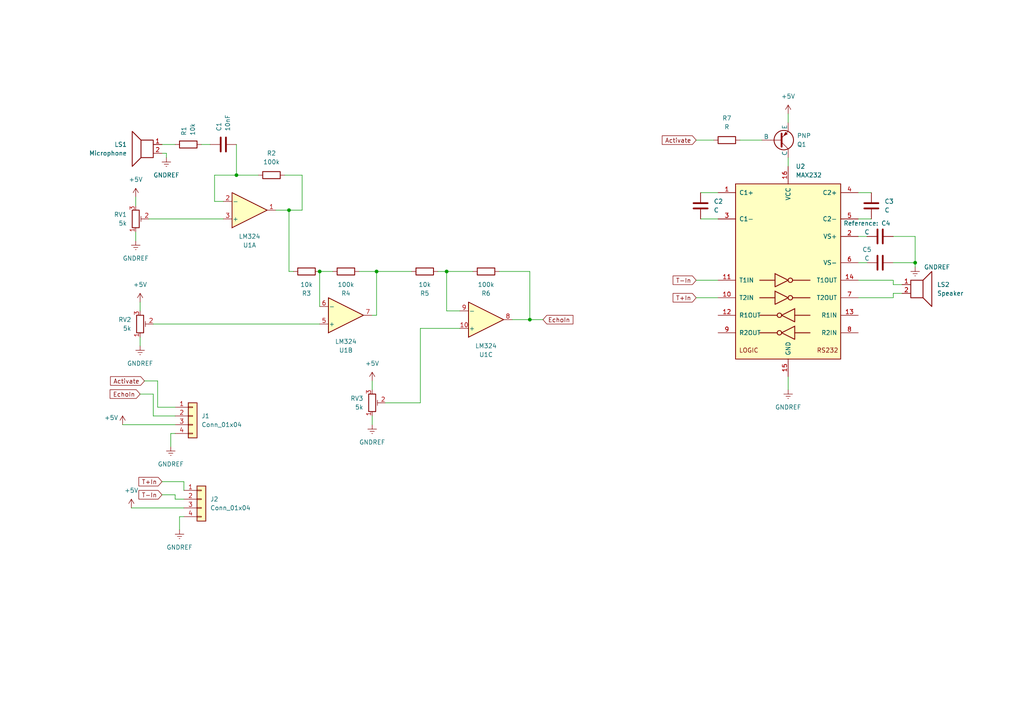
<source format=kicad_sch>
(kicad_sch (version 20231120) (generator "eeschema") (generator_version "8.0")
  (paper "A4")
  (lib_symbols
    (symbol "Amplifier_Operational:LM324" (pin_names (offset 0.127))
      (property "Reference" "U" (at 0 5.08 0))
      (property "Value" "LM324" (at 0 -5.08 0))
      (symbol "LM324_1_1"
        (polyline (pts (xy -5.08 5.08) (xy 5.08 0) (xy -5.08 -5.08) (xy -5.08 5.08)) (stroke (width 0.254)) (fill (type background)))
        (pin output line (at 7.62 0 180) (length 2.54) (name "~") (number "1"))
        (pin input line (at -7.62 -2.54 0) (length 2.54) (name "-") (number "2"))
        (pin input line (at -7.62 2.54 0) (length 2.54) (name "+") (number "3"))
      )
      (symbol "LM324_2_1"
        (polyline (pts (xy -5.08 5.08) (xy 5.08 0) (xy -5.08 -5.08) (xy -5.08 5.08)) (stroke (width 0.254)) (fill (type background)))
        (pin input line (at -7.62 2.54 0) (length 2.54) (name "+") (number "5"))
        (pin input line (at -7.62 -2.54 0) (length 2.54) (name "-") (number "6"))
        (pin output line (at 7.62 0 180) (length 2.54) (name "~") (number "7"))
      )
      (symbol "LM324_3_1"
        (polyline (pts (xy -5.08 5.08) (xy 5.08 0) (xy -5.08 -5.08) (xy -5.08 5.08)) (stroke (width 0.254)) (fill (type background)))
        (pin input line (at -7.62 2.54 0) (length 2.54) (name "+") (number "10"))
        (pin output line (at 7.62 0 180) (length 2.54) (name "~") (number "8"))
        (pin input line (at -7.62 -2.54 0) (length 2.54) (name "-") (number "9"))
      )
      (symbol "LM324_4_1"
        (polyline (pts (xy -5.08 5.08) (xy 5.08 0) (xy -5.08 -5.08) (xy -5.08 5.08)) (stroke (width 0.254)) (fill (type background)))
        (pin input line (at -7.62 2.54 0) (length 2.54) (name "+") (number "12"))
        (pin input line (at -7.62 -2.54 0) (length 2.54) (name "-") (number "13"))
        (pin output line (at 7.62 0 180) (length 2.54) (name "~") (number "14"))
      )
      (symbol "LM324_5_1"
        (pin power_in line (at -2.54 -7.62 90) (length 3.81) (name "V-") (number "11"))
        (pin power_in line (at -2.54 7.62 270) (length 3.81) (name "V+") (number "4"))
      )
    )
    (symbol "Connector_Generic:Conn_01x04" (pin_names (offset 1.016) hide)
      (property "Reference" "J" (at 0 5.08 0))
      (property "Value" "Conn_01x04" (at 0 -7.62 0))
      (symbol "Conn_01x04_1_1"
        (rectangle (start -1.27 -4.953) (end 0 -5.207) (stroke (width 0.1524)))
        (rectangle (start -1.27 -2.413) (end 0 -2.667) (stroke (width 0.1524)))
        (rectangle (start -1.27 0.127) (end 0 -0.127) (stroke (width 0.1524)))
        (rectangle (start -1.27 2.667) (end 0 2.413) (stroke (width 0.1524)))
        (rectangle (start -1.27 3.81) (end 1.27 -6.35) (stroke (width 0.254)) (fill (type background)))
        (pin passive line (at -5.08 2.54 0) (length 3.81) (name "Pin_1") (number "1"))
        (pin passive line (at -5.08 0 0) (length 3.81) (name "Pin_2") (number "2"))
        (pin passive line (at -5.08 -2.54 0) (length 3.81) (name "Pin_3") (number "3"))
        (pin passive line (at -5.08 -5.08 0) (length 3.81) (name "Pin_4") (number "4"))
      )
    )
    (symbol "Device:C" (pin_numbers hide) (pin_names (offset 0.254))
      (property "Reference" "C" (at 0.635 2.54 0))
      (property "Value" "C" (at 0.635 -2.54 0))
      (symbol "C_0_1"
        (polyline (pts (xy -2.032 -0.762) (xy 2.032 -0.762)) (stroke (width 0.508)))
        (polyline (pts (xy -2.032 0.762) (xy 2.032 0.762)) (stroke (width 0.508)))
      )
      (symbol "C_1_1"
        (pin passive line (at 0 3.81 270) (length 2.794) (name "~") (number "1"))
        (pin passive line (at 0 -3.81 90) (length 2.794) (name "~") (number "2"))
      )
    )
    (symbol "Device:R" (pin_numbers hide) (pin_names (offset 0))
      (property "Reference" "R" (at 2.032 0 90))
      (property "Value" "R" (at 0 0 90))
      (symbol "R_0_1"
        (rectangle (start -1.016 -2.54) (end 1.016 2.54) (stroke (width 0.254)))
      )
      (symbol "R_1_1"
        (pin passive line (at 0 3.81 270) (length 1.27) (name "~") (number "1"))
        (pin passive line (at 0 -3.81 90) (length 1.27) (name "~") (number "2"))
      )
    )
    (symbol "Device:R_Potentiometer_Trim" (pin_names (offset 1.016) hide)
      (property "Reference" "RV" (at -4.445 0 90))
      (property "Value" "R_Potentiometer_Trim" (at -2.54 0 90))
      (symbol "R_Potentiometer_Trim_0_1"
        (polyline (pts (xy 1.524 0.762) (xy 1.524 -0.762)))
        (polyline (pts (xy 2.54 0) (xy 1.524 0)))
        (rectangle (start 1.016 2.54) (end -1.016 -2.54) (stroke (width 0.254)))
      )
      (symbol "R_Potentiometer_Trim_1_1"
        (pin passive line (at 0 3.81 270) (length 1.27) (name "1") (number "1"))
        (pin passive line (at 3.81 0 180) (length 1.27) (name "2") (number "2"))
        (pin passive line (at 0 -3.81 90) (length 1.27) (name "3") (number "3"))
      )
    )
    (symbol "Device:Speaker" (pin_names (offset 0) hide)
      (property "Reference" "LS" (at 1.27 5.715 0))
      (property "Value" "Speaker" (at 1.27 3.81 0))
      (symbol "Speaker_0_0"
        (rectangle (start -2.54 1.27) (end 1.016 -3.81) (stroke (width 0.254)))
        (polyline (pts (xy 1.016 1.27) (xy 3.556 3.81) (xy 3.556 -6.35) (xy 1.016 -3.81)) (stroke (width 0.254)))
      )
      (symbol "Speaker_1_1"
        (pin input line (at -5.08 0 0) (length 2.54) (name "1") (number "1"))
        (pin input line (at -5.08 -2.54 0) (length 2.54) (name "2") (number "2"))
      )
    )
    (symbol "Interface_UART:MAX232" (pin_names (offset 1.016))
      (property "Reference" "U" (at -2.54 28.575 0))
      (property "Value" "MAX232" (at -2.54 26.67 0))
      (symbol "MAX232_0_0"
        (text "LOGIC" (at -11.43 -22.86 0) (effects (font (size 1.27 1.27))))
        (text "RS232" (at 11.43 -22.86 0) (effects (font (size 1.27 1.27))))
      )
      (symbol "MAX232_0_1"
        (rectangle (start -15.24 -25.4) (end 15.24 25.4) (stroke (width 0.254)) (fill (type background)))
        (circle (center -2.54 -17.78) (radius 0.635) (stroke (width 0.254)))
        (circle (center -2.54 -12.7) (radius 0.635) (stroke (width 0.254)))
        (polyline (pts (xy -3.81 -7.62) (xy -8.255 -7.62)) (stroke (width 0.254)))
        (polyline (pts (xy -3.81 -2.54) (xy -8.255 -2.54)) (stroke (width 0.254)))
        (polyline (pts (xy -3.175 -17.78) (xy -8.255 -17.78)) (stroke (width 0.254)))
        (polyline (pts (xy -3.175 -12.7) (xy -8.255 -12.7)) (stroke (width 0.254)))
        (polyline (pts (xy 1.27 -7.62) (xy 6.35 -7.62)) (stroke (width 0.254)))
        (polyline (pts (xy 1.27 -2.54) (xy 6.35 -2.54)) (stroke (width 0.254)))
        (polyline (pts (xy 1.905 -17.78) (xy 6.35 -17.78)) (stroke (width 0.254)))
        (polyline (pts (xy 1.905 -12.7) (xy 6.35 -12.7)) (stroke (width 0.254)))
        (polyline (pts (xy -3.81 -5.715) (xy -3.81 -9.525) (xy 0 -7.62) (xy -3.81 -5.715)) (stroke (width 0.254)))
        (polyline (pts (xy -3.81 -0.635) (xy -3.81 -4.445) (xy 0 -2.54) (xy -3.81 -0.635)) (stroke (width 0.254)))
        (polyline (pts (xy 1.905 -15.875) (xy 1.905 -19.685) (xy -1.905 -17.78) (xy 1.905 -15.875)) (stroke (width 0.254)))
        (polyline (pts (xy 1.905 -10.795) (xy 1.905 -14.605) (xy -1.905 -12.7) (xy 1.905 -10.795)) (stroke (width 0.254)))
        (circle (center 0.635 -7.62) (radius 0.635) (stroke (width 0.254)))
        (circle (center 0.635 -2.54) (radius 0.635) (stroke (width 0.254)))
      )
      (symbol "MAX232_1_1"
        (pin passive line (at -20.32 22.86 0) (length 5.08) (name "C1+") (number "1"))
        (pin input line (at -20.32 -7.62 0) (length 5.08) (name "T2IN") (number "10"))
        (pin input line (at -20.32 -2.54 0) (length 5.08) (name "T1IN") (number "11"))
        (pin output line (at -20.32 -12.7 0) (length 5.08) (name "R1OUT") (number "12"))
        (pin input line (at 20.32 -12.7 180) (length 5.08) (name "R1IN") (number "13"))
        (pin output line (at 20.32 -2.54 180) (length 5.08) (name "T1OUT") (number "14"))
        (pin power_in line (at 0 -30.48 90) (length 5.08) (name "GND") (number "15"))
        (pin power_in line (at 0 30.48 270) (length 5.08) (name "VCC") (number "16"))
        (pin power_out line (at 20.32 10.16 180) (length 5.08) (name "VS+") (number "2"))
        (pin passive line (at -20.32 15.24 0) (length 5.08) (name "C1-") (number "3"))
        (pin passive line (at 20.32 22.86 180) (length 5.08) (name "C2+") (number "4"))
        (pin passive line (at 20.32 15.24 180) (length 5.08) (name "C2-") (number "5"))
        (pin power_out line (at 20.32 2.54 180) (length 5.08) (name "VS-") (number "6"))
        (pin output line (at 20.32 -7.62 180) (length 5.08) (name "T2OUT") (number "7"))
        (pin input line (at 20.32 -17.78 180) (length 5.08) (name "R2IN") (number "8"))
        (pin output line (at -20.32 -17.78 0) (length 5.08) (name "R2OUT") (number "9"))
      )
    )
    (symbol "Simulation_SPICE:PNP" (pin_numbers hide) (pin_names (offset 0))
      (property "Reference" "Q" (at -2.54 7.62 0))
      (property "Value" "PNP" (at -2.54 5.08 0))
      (symbol "PNP_0_1"
        (polyline (pts (xy -2.54 0) (xy 0.635 0)) (stroke (width 0.1524)))
        (polyline (pts (xy 0.635 0.635) (xy 2.54 2.54)))
        (polyline (pts (xy 0.635 -0.635) (xy 2.54 -2.54) (xy 2.54 -2.54)))
        (polyline (pts (xy 0.635 1.905) (xy 0.635 -1.905) (xy 0.635 -1.905)) (stroke (width 0.508)))
        (polyline (pts (xy 2.286 -1.778) (xy 1.778 -2.286) (xy 1.27 -1.27) (xy 2.286 -1.778) (xy 2.286 -1.778)) (fill (type outline)))
        (circle (center 1.27 0) (radius 2.8194) (stroke (width 0.254)))
      )
      (symbol "PNP_1_1"
        (pin open_collector line (at 2.54 5.08 270) (length 2.54) (name "C") (number "1"))
        (pin input line (at -5.08 0 0) (length 2.54) (name "B") (number "2"))
        (pin open_emitter line (at 2.54 -5.08 90) (length 2.54) (name "E") (number "3"))
      )
    )
    (symbol "power:+5V" (power) (pin_names (offset 0))
      (property "Value" "+5V" (at 0 3.556 0))
      (symbol "+5V_0_1"
        (polyline (pts (xy -0.762 1.27) (xy 0 2.54)))
        (polyline (pts (xy 0 0) (xy 0 2.54)))
        (polyline (pts (xy 0 2.54) (xy 0.762 1.27)))
      )
      (symbol "+5V_1_1"
        (pin power_in line (at 0 0 90) (length 0) hide (name "+5V") (number "1"))
      )
    )
    (symbol "power:GNDREF" (power) (pin_names (offset 0))
      (property "Value" "GNDREF" (at 0 -3.81 0))
      (symbol "GNDREF_0_1"
        (polyline (pts (xy -0.635 -1.905) (xy 0.635 -1.905)))
        (polyline (pts (xy -0.127 -2.54) (xy 0.127 -2.54)))
        (polyline (pts (xy 0 -1.27) (xy 0 0)))
        (polyline (pts (xy 1.27 -1.27) (xy -1.27 -1.27)))
      )
      (symbol "GNDREF_1_1"
        (pin power_in line (at 0 0 270) (length 0) hide (name "GNDREF") (number "1"))
      )
    )
  )
  (junction (at 153.67 92.71))
  (junction (at 129.54 78.74))
  (junction (at 109.22 78.74))
  (junction (at 92.71 78.74))
  (junction (at 83.82 60.96))
  (junction (at 265.43 76.2))
  (junction (at 68.58 50.8))
  (wire (pts (xy 248.92 76.2) (xy 251.46 76.2)))
  (wire (pts (xy 44.45 120.65) (xy 50.8 120.65)))
  (wire (pts (xy 92.71 88.9) (xy 92.71 78.74)))
  (wire (pts (xy 107.95 120.65) (xy 107.95 123.19)))
  (wire (pts (xy 83.82 60.96) (xy 87.63 60.96)))
  (wire (pts (xy 35.56 123.19) (xy 50.8 123.19)))
  (wire (pts (xy 40.64 114.3) (xy 44.45 114.3)))
  (wire (pts (xy 96.52 78.74) (xy 92.71 78.74)))
  (wire (pts (xy 44.45 93.98) (xy 92.71 93.98)))
  (wire (pts (xy 228.6 45.72) (xy 228.6 48.26)))
  (wire (pts (xy 148.59 92.71) (xy 153.67 92.71)))
  (wire (pts (xy 52.07 149.86) (xy 52.07 153.67)))
  (wire (pts (xy 39.37 57.15) (xy 39.37 59.69)))
  (wire (pts (xy 41.91 110.49) (xy 45.72 110.49)))
  (wire (pts (xy 53.34 139.7) (xy 53.34 142.24)))
  (wire (pts (xy 153.67 78.74) (xy 153.67 92.71)))
  (wire (pts (xy 203.2 63.5) (xy 208.28 63.5)))
  (wire (pts (xy 49.53 125.73) (xy 49.53 129.54)))
  (wire (pts (xy 109.22 91.44) (xy 107.95 91.44)))
  (wire (pts (xy 46.99 44.45) (xy 48.26 44.45)))
  (wire (pts (xy 265.43 68.58) (xy 265.43 76.2)))
  (wire (pts (xy 58.42 41.91) (xy 60.96 41.91)))
  (wire (pts (xy 62.23 50.8) (xy 62.23 58.42)))
  (wire (pts (xy 46.99 41.91) (xy 50.8 41.91)))
  (wire (pts (xy 203.2 55.88) (xy 208.28 55.88)))
  (wire (pts (xy 80.01 60.96) (xy 83.82 60.96)))
  (wire (pts (xy 87.63 50.8) (xy 87.63 60.96)))
  (wire (pts (xy 109.22 91.44) (xy 109.22 78.74)))
  (wire (pts (xy 43.18 63.5) (xy 64.77 63.5)))
  (wire (pts (xy 64.77 58.42) (xy 62.23 58.42)))
  (wire (pts (xy 228.6 33.02) (xy 228.6 35.56)))
  (wire (pts (xy 201.93 81.28) (xy 208.28 81.28)))
  (wire (pts (xy 109.22 78.74) (xy 119.38 78.74)))
  (wire (pts (xy 45.72 118.11) (xy 50.8 118.11)))
  (wire (pts (xy 121.92 95.25) (xy 133.35 95.25)))
  (wire (pts (xy 40.64 97.79) (xy 40.64 100.33)))
  (wire (pts (xy 44.45 114.3) (xy 44.45 120.65)))
  (wire (pts (xy 83.82 60.96) (xy 83.82 78.74)))
  (wire (pts (xy 259.08 81.28) (xy 259.08 82.55)))
  (wire (pts (xy 129.54 78.74) (xy 129.54 90.17)))
  (wire (pts (xy 259.08 76.2) (xy 265.43 76.2)))
  (wire (pts (xy 107.95 110.49) (xy 107.95 113.03)))
  (wire (pts (xy 68.58 41.91) (xy 68.58 50.8)))
  (wire (pts (xy 74.93 50.8) (xy 68.58 50.8)))
  (wire (pts (xy 144.78 78.74) (xy 153.67 78.74)))
  (wire (pts (xy 265.43 76.2) (xy 265.43 77.47)))
  (wire (pts (xy 127 78.74) (xy 129.54 78.74)))
  (wire (pts (xy 201.93 86.36) (xy 208.28 86.36)))
  (wire (pts (xy 259.08 68.58) (xy 265.43 68.58)))
  (wire (pts (xy 53.34 149.86) (xy 52.07 149.86)))
  (wire (pts (xy 38.1 147.32) (xy 53.34 147.32)))
  (wire (pts (xy 48.26 44.45) (xy 48.26 45.72)))
  (wire (pts (xy 129.54 78.74) (xy 137.16 78.74)))
  (wire (pts (xy 82.55 50.8) (xy 87.63 50.8)))
  (wire (pts (xy 68.58 50.8) (xy 62.23 50.8)))
  (wire (pts (xy 109.22 78.74) (xy 104.14 78.74)))
  (wire (pts (xy 228.6 109.22) (xy 228.6 113.03)))
  (wire (pts (xy 248.92 68.58) (xy 251.46 68.58)))
  (wire (pts (xy 46.99 139.7) (xy 53.34 139.7)))
  (wire (pts (xy 83.82 78.74) (xy 85.09 78.74)))
  (wire (pts (xy 259.08 85.09) (xy 259.08 86.36)))
  (wire (pts (xy 45.72 110.49) (xy 45.72 118.11)))
  (wire (pts (xy 248.92 55.88) (xy 252.73 55.88)))
  (wire (pts (xy 248.92 81.28) (xy 259.08 81.28)))
  (wire (pts (xy 50.8 144.78) (xy 53.34 144.78)))
  (wire (pts (xy 50.8 143.51) (xy 50.8 144.78)))
  (wire (pts (xy 153.67 92.71) (xy 157.48 92.71)))
  (wire (pts (xy 121.92 95.25) (xy 121.92 116.84)))
  (wire (pts (xy 214.63 40.64) (xy 220.98 40.64)))
  (wire (pts (xy 129.54 90.17) (xy 133.35 90.17)))
  (wire (pts (xy 50.8 125.73) (xy 49.53 125.73)))
  (wire (pts (xy 111.76 116.84) (xy 121.92 116.84)))
  (wire (pts (xy 39.37 67.31) (xy 39.37 69.85)))
  (wire (pts (xy 248.92 63.5) (xy 252.73 63.5)))
  (wire (pts (xy 201.93 40.64) (xy 207.01 40.64)))
  (wire (pts (xy 248.92 86.36) (xy 259.08 86.36)))
  (wire (pts (xy 259.08 85.09) (xy 261.62 85.09)))
  (wire (pts (xy 259.08 82.55) (xy 261.62 82.55)))
  (wire (pts (xy 46.99 143.51) (xy 50.8 143.51)))
  (wire (pts (xy 40.64 87.63) (xy 40.64 90.17)))
  (global_label "Activate" (shape input) (at 41.91 110.49 180) (property "Intersheetrefs" "${INTERSHEET_REFS}" (effects (hide yes))))
  (global_label "T+In" (shape input) (at 201.93 86.36 180) (property "Intersheetrefs" "${INTERSHEET_REFS}" (effects (hide yes))))
  (global_label "EchoIn" (shape input) (at 157.48 92.71 0) (property "Intersheetrefs" "${INTERSHEET_REFS}" (effects (hide yes))))
  (global_label "EchoIn" (shape input) (at 40.64 114.3 180) (property "Intersheetrefs" "${INTERSHEET_REFS}" (effects (hide yes))))
  (global_label "Activate" (shape input) (at 201.93 40.64 180) (property "Intersheetrefs" "${INTERSHEET_REFS}" (effects (hide yes))))
  (global_label "T+In" (shape input) (at 46.99 139.7 180) (property "Intersheetrefs" "${INTERSHEET_REFS}" (effects (hide yes))))
  (global_label "T-In" (shape input) (at 201.93 81.28 180) (property "Intersheetrefs" "${INTERSHEET_REFS}" (effects (hide yes))))
  (global_label "T-In" (shape input) (at 46.99 143.51 180) (property "Intersheetrefs" "${INTERSHEET_REFS}" (effects (hide yes))))
  (symbol (lib_id "Device:C") (at 255.27 68.58 90) (unit 1)
    (property "Reference" "C4" (at 251.46 64.77 90) (show_name yes))
    (property "Value" "C" (at 251.46 67.31 90))
    (property "Footprint" "Capacitor_SMD:C_0603_1608Metric_Pad1.08x0.95mm_HandSolder" (effects (hide yes)))
  )
  (symbol (lib_id "Device:R") (at 78.74 50.8 270) (mirror x) (unit 1)
    (property "Reference" "R2" (at 78.74 44.45 90))
    (property "Value" "100k" (at 78.74 46.99 90))
    (property "Footprint" "Resistor_SMD:R_0603_1608Metric_Pad0.98x0.95mm_HandSolder" (effects (hide yes)))
  )
  (symbol (lib_id "power:+5V") (at 35.56 123.19 0) (unit 1)
    (property "Reference" "#PWR013" (effects (hide yes)))
    (property "Value" "+5V" (at 32.258 121.158 0))
  )
  (symbol (lib_id "Device:C") (at 252.73 59.69 0) (unit 1)
    (property "Reference" "C3" (at 256.54 58.42 0) (effects (justify left)))
    (property "Value" "C" (at 256.54 60.96 0) (effects (justify left)))
    (property "Footprint" "Capacitor_SMD:C_0603_1608Metric_Pad1.08x0.95mm_HandSolder" (effects (hide yes)))
  )
  (symbol (lib_id "power:GNDREF") (at 39.37 69.85 0) (mirror y) (unit 1)
    (property "Reference" "#PWR02" (effects (hide yes)))
    (property "Value" "GNDREF" (at 39.37 74.93 0))
  )
  (symbol (lib_id "power:+5V") (at 38.1 147.32 0) (unit 1)
    (property "Reference" "#PWR012" (effects (hide yes)))
    (property "Value" "+5V" (at 38.1 142.24 0))
  )
  (symbol (lib_id "Device:R") (at 54.61 41.91 270) (unit 1)
    (property "Reference" "R1" (at 53.34 39.37 0) (effects (justify right)))
    (property "Value" "10k" (at 55.88 39.37 0) (effects (justify right)))
    (property "Footprint" "Resistor_SMD:R_0603_1608Metric_Pad0.98x0.95mm_HandSolder" (effects (hide yes)))
  )
  (symbol (lib_id "power:+5V") (at 228.6 33.02 0) (unit 1)
    (property "Reference" "#PWR04" (effects (hide yes)))
    (property "Value" "+5V" (at 228.6 27.94 0))
  )
  (symbol (lib_id "Device:R") (at 100.33 78.74 90) (unit 1)
    (property "Reference" "R4" (at 100.33 85.09 90))
    (property "Value" "100k" (at 100.33 82.55 90))
    (property "Footprint" "Resistor_SMD:R_0603_1608Metric_Pad0.98x0.95mm_HandSolder" (effects (hide yes)))
  )
  (symbol (lib_id "Amplifier_Operational:LM324") (at 140.97 92.71 0) (mirror x) (unit 3)
    (property "Reference" "U1" (at 140.97 102.87 0))
    (property "Value" "LM324" (at 140.97 100.33 0))
    (property "Footprint" "Package_SO:SOIC-14_3.9x8.7mm_P1.27mm" (effects (hide yes)))
    (property "Datasheet" "http://www.ti.com/lit/ds/symlink/lm2902-n.pdf" (effects (hide yes)))
  )
  (symbol (lib_id "Device:R") (at 123.19 78.74 90) (unit 1)
    (property "Reference" "R5" (at 123.19 85.09 90))
    (property "Value" "10k" (at 123.19 82.55 90))
    (property "Footprint" "Resistor_SMD:R_0603_1608Metric_Pad0.98x0.95mm_HandSolder" (effects (hide yes)))
  )
  (symbol (lib_id "Device:R") (at 140.97 78.74 90) (unit 1)
    (property "Reference" "R6" (at 140.97 85.09 90))
    (property "Value" "100k" (at 140.97 82.55 90))
    (property "Footprint" "Resistor_SMD:R_0603_1608Metric_Pad0.98x0.95mm_HandSolder" (effects (hide yes)))
  )
  (symbol (lib_id "power:GNDREF") (at 228.6 113.03 0) (unit 1)
    (property "Reference" "#PWR03" (effects (hide yes)))
    (property "Value" "GNDREF" (at 228.6 118.11 0))
  )
  (symbol (lib_id "power:GNDREF") (at 265.43 77.47 0) (unit 1)
    (property "Reference" "#PWR05" (effects (hide yes)))
    (property "Value" "GNDREF" (at 271.78 77.47 0))
  )
  (symbol (lib_id "power:+5V") (at 107.95 110.49 0) (mirror y) (unit 1)
    (property "Reference" "#PWR06" (effects (hide yes)))
    (property "Value" "+5V" (at 107.95 105.41 0))
  )
  (symbol (lib_id "power:GNDREF") (at 52.07 153.67 0) (mirror y) (unit 1)
    (property "Reference" "#PWR09" (effects (hide yes)))
    (property "Value" "GNDREF" (at 52.07 158.75 0))
  )
  (symbol (lib_id "Device:R_Potentiometer_Trim") (at 39.37 63.5 0) (mirror x) (unit 1)
    (property "Reference" "RV1" (at 36.83 62.23 0) (effects (justify right)))
    (property "Value" "5k" (at 36.83 64.77 0) (effects (justify right)))
    (property "Footprint" "Potentiometer_SMD:Potentiometer_ACP_CA6-VSMD_Vertical" (effects (hide yes)))
  )
  (symbol (lib_id "Device:R") (at 88.9 78.74 90) (unit 1)
    (property "Reference" "R3" (at 88.9 85.09 90))
    (property "Value" "10k" (at 88.9 82.55 90))
    (property "Footprint" "Resistor_SMD:R_0603_1608Metric_Pad0.98x0.95mm_HandSolder" (effects (hide yes)))
  )
  (symbol (lib_id "Device:C") (at 203.2 59.69 0) (unit 1)
    (property "Reference" "C2" (at 207.01 58.42 0) (effects (justify left)))
    (property "Value" "C" (at 207.01 60.96 0) (effects (justify left)))
    (property "Footprint" "Capacitor_SMD:C_0603_1608Metric_Pad1.08x0.95mm_HandSolder" (effects (hide yes)))
  )
  (symbol (lib_id "Interface_UART:MAX232") (at 228.6 78.74 0) (unit 1)
    (property "Reference" "U2" (at 230.7941 48.26 0) (effects (justify left)))
    (property "Value" "MAX232" (at 230.7941 50.8 0) (effects (justify left)))
    (property "Footprint" "Package_SO:SO-16_3.9x9.9mm_P1.27mm" (effects (hide yes)))
    (property "Datasheet" "http://www.ti.com/lit/ds/symlink/max232.pdf" (effects (hide yes)))
  )
  (symbol (lib_id "Connector_Generic:Conn_01x04") (at 58.42 144.78 0) (unit 1)
    (property "Reference" "J2" (at 60.96 144.7799 0) (effects (justify left)))
    (property "Value" "Conn_01x04" (at 60.96 147.3199 0) (effects (justify left)))
    (property "Footprint" "Connector_JST:JST_XH_B4B-XH-AM_1x04_P2.50mm_Vertical" (effects (hide yes)))
    (property "Description" "Generic connector, single row, 01x04, script generated (kicad-library-utils/schlib/autogen/connector/)" (effects (hide yes)))
  )
  (symbol (lib_id "power:+5V") (at 39.37 57.15 0) (mirror y) (unit 1)
    (property "Reference" "#PWR01" (effects (hide yes)))
    (property "Value" "+5V" (at 39.37 52.07 0))
  )
  (symbol (lib_id "Simulation_SPICE:PNP") (at 226.06 40.64 0) (mirror x) (unit 1)
    (property "Reference" "Q1" (at 231.14 41.91 0) (effects (justify left)))
    (property "Value" "PNP" (at 231.14 39.37 0) (effects (justify left)))
    (property "Footprint" "Package_TO_SOT_SMD:SOT-23" (effects (hide yes)))
    (property "Sim.Device" "PNP" (effects (hide yes)))
    (property "Sim.Type" "GUMMELPOON" (effects (hide yes)))
    (property "Sim.Pins" "1=C 2=B 3=E" (effects (hide yes)))
  )
  (symbol (lib_id "power:GNDREF") (at 40.64 100.33 0) (mirror y) (unit 1)
    (property "Reference" "#PWR08" (effects (hide yes)))
    (property "Value" "GNDREF" (at 40.64 105.41 0))
  )
  (symbol (lib_id "Amplifier_Operational:LM324") (at 72.39 60.96 0) (mirror x) (unit 1)
    (property "Reference" "U1" (at 72.39 71.12 0))
    (property "Value" "LM324" (at 72.39 68.58 0))
    (property "Footprint" "Package_SO:SOIC-14_3.9x8.7mm_P1.27mm" (effects (hide yes)))
    (property "Datasheet" "http://www.ti.com/lit/ds/symlink/lm2902-n.pdf" (effects (hide yes)))
  )
  (symbol (lib_id "power:GNDREF") (at 49.53 129.54 0) (mirror y) (unit 1)
    (property "Reference" "#PWR014" (effects (hide yes)))
    (property "Value" "GNDREF" (at 49.53 134.62 0))
  )
  (symbol (lib_id "power:GNDREF") (at 107.95 123.19 0) (mirror y) (unit 1)
    (property "Reference" "#PWR011" (effects (hide yes)))
    (property "Value" "GNDREF" (at 107.95 128.27 0))
  )
  (symbol (lib_id "Device:C") (at 255.27 76.2 90) (unit 1)
    (property "Reference" "C5" (at 251.46 72.39 90))
    (property "Value" "C" (at 251.46 74.93 90))
    (property "Footprint" "Capacitor_SMD:C_0603_1608Metric_Pad1.08x0.95mm_HandSolder" (effects (hide yes)))
  )
  (symbol (lib_id "Device:R_Potentiometer_Trim") (at 40.64 93.98 0) (mirror x) (unit 1)
    (property "Reference" "RV2" (at 38.1 92.71 0) (effects (justify right)))
    (property "Value" "5k" (at 38.1 95.25 0) (effects (justify right)))
    (property "Footprint" "Potentiometer_SMD:Potentiometer_ACP_CA6-VSMD_Vertical" (effects (hide yes)))
  )
  (symbol (lib_id "power:GNDREF") (at 48.26 45.72 0) (unit 1)
    (property "Reference" "#PWR010" (effects (hide yes)))
    (property "Value" "GNDREF" (at 48.26 50.8 0))
  )
  (symbol (lib_id "power:+5V") (at 40.64 87.63 0) (mirror y) (unit 1)
    (property "Reference" "#PWR07" (effects (hide yes)))
    (property "Value" "+5V" (at 40.64 82.55 0))
  )
  (symbol (lib_id "Amplifier_Operational:LM324") (at 100.33 91.44 0) (mirror x) (unit 2)
    (property "Reference" "U1" (at 100.33 101.6 0))
    (property "Value" "LM324" (at 100.33 99.06 0))
    (property "Footprint" "Package_SO:SOIC-14_3.9x8.7mm_P1.27mm" (effects (hide yes)))
    (property "Datasheet" "http://www.ti.com/lit/ds/symlink/lm2902-n.pdf" (effects (hide yes)))
  )
  (symbol (lib_id "Device:Speaker") (at 41.91 41.91 0) (mirror y) (unit 1)
    (property "Reference" "LS1" (at 36.83 41.91 0) (effects (justify left)))
    (property "Value" "Microphone" (at 36.83 44.45 0) (effects (justify left)))
    (property "Footprint" "Library:TR4010R-T" (effects (hide yes)))
  )
  (symbol (lib_id "Device:R") (at 210.82 40.64 90) (unit 1)
    (property "Reference" "R7" (at 210.82 34.29 90))
    (property "Value" "R" (at 210.82 36.83 90))
    (property "Footprint" "Resistor_SMD:R_0603_1608Metric_Pad0.98x0.95mm_HandSolder" (effects (hide yes)))
  )
  (symbol (lib_id "Device:R_Potentiometer_Trim") (at 107.95 116.84 0) (mirror x) (unit 1)
    (property "Reference" "RV3" (at 105.41 115.57 0) (effects (justify right)))
    (property "Value" "5k" (at 105.41 118.11 0) (effects (justify right)))
    (property "Footprint" "Potentiometer_SMD:Potentiometer_ACP_CA6-VSMD_Vertical" (effects (hide yes)))
  )
  (symbol (lib_id "Connector_Generic:Conn_01x04") (at 55.88 120.65 0) (unit 1)
    (property "Reference" "J1" (at 58.42 120.6499 0) (effects (justify left)))
    (property "Value" "Conn_01x04" (at 58.42 123.1899 0) (effects (justify left)))
    (property "Footprint" "Connector_JST:JST_XH_B4B-XH-AM_1x04_P2.50mm_Vertical" (effects (hide yes)))
    (property "Description" "Generic connector, single row, 01x04, script generated (kicad-library-utils/schlib/autogen/connector/)" (effects (hide yes)))
  )
  (symbol (lib_id "Device:C") (at 64.77 41.91 90) (unit 1)
    (property "Reference" "C1" (at 63.5 38.1 0) (effects (justify left)))
    (property "Value" "10nF" (at 66.04 38.1 0) (effects (justify left)))
    (property "Footprint" "Capacitor_SMD:C_0603_1608Metric_Pad1.08x0.95mm_HandSolder" (effects (hide yes)))
  )
  (symbol (lib_id "Device:Speaker") (at 266.7 82.55 0) (unit 1)
    (property "Reference" "LS2" (at 271.78 82.55 0) (effects (justify left)))
    (property "Value" "Speaker" (at 271.78 85.09 0) (effects (justify left)))
    (property "Footprint" "Library:TR4010R-T" (effects (hide yes)))
  )
)
</source>
